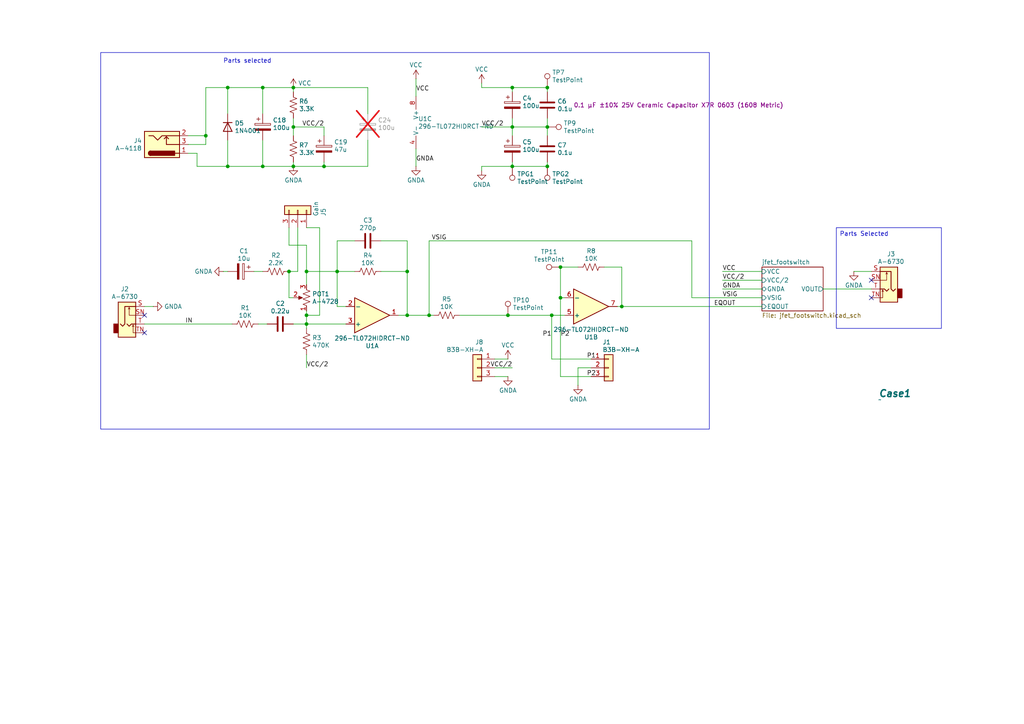
<source format=kicad_sch>
(kicad_sch (version 20231120) (generator "eeschema") (generator_version "8.0")
  (paper "A4")
  (title_block (title "EQ8-Main-Board") (date "2024-11-23") (rev "1.0"))
  (lib_symbols
    (symbol "Amplifier_Operational:TL072" (pin_names (offset 0.127))
      (property "Reference" "U" (at 0 5.08 0))
      (property "Value" "TL072" (at 0 -5.08 0))
      (symbol "TL072_1_1"
        (polyline (pts (xy -5.08 5.08) (xy 5.08 0) (xy -5.08 -5.08) (xy -5.08 5.08)) (stroke (width 0.254)) (fill (type background)))
        (pin output line (at 7.62 0 180) (length 2.54) (name "~") (number "1"))
        (pin input line (at -7.62 -2.54 0) (length 2.54) (name "-") (number "2"))
        (pin input line (at -7.62 2.54 0) (length 2.54) (name "+") (number "3"))
      )
      (symbol "TL072_2_1"
        (polyline (pts (xy -5.08 5.08) (xy 5.08 0) (xy -5.08 -5.08) (xy -5.08 5.08)) (stroke (width 0.254)) (fill (type background)))
        (pin input line (at -7.62 2.54 0) (length 2.54) (name "+") (number "5"))
        (pin input line (at -7.62 -2.54 0) (length 2.54) (name "-") (number "6"))
        (pin output line (at 7.62 0 180) (length 2.54) (name "~") (number "7"))
      )
      (symbol "TL072_3_1"
        (pin power_in line (at -2.54 -7.62 90) (length 3.81) (name "V-") (number "4"))
        (pin power_in line (at -2.54 7.62 270) (length 3.81) (name "V+") (number "8"))
      )
    )
    (symbol "Connector:Barrel_Jack_Switch" (pin_names hide)
      (property "Reference" "J" (at 0 5.334 0))
      (property "Value" "Barrel_Jack_Switch" (at 0 -5.08 0))
      (symbol "Barrel_Jack_Switch_0_1"
        (rectangle (start -5.08 3.81) (end 5.08 -3.81) (stroke (width 0.254)) (fill (type background)))
        (arc (start -3.302 3.175) (mid -3.9343 2.54) (end -3.302 1.905) (stroke (width 0.254)))
        (arc (start -3.302 3.175) (mid -3.9343 2.54) (end -3.302 1.905) (stroke (width 0.254)) (fill (type outline)))
        (polyline (pts (xy 1.27 -2.286) (xy 1.905 -1.651)) (stroke (width 0.254)))
        (polyline (pts (xy 5.08 2.54) (xy 3.81 2.54)) (stroke (width 0.254)))
        (polyline (pts (xy 5.08 0) (xy 1.27 0) (xy 1.27 -2.286) (xy 0.635 -1.651)) (stroke (width 0.254)))
        (polyline (pts (xy -3.81 -2.54) (xy -2.54 -2.54) (xy -1.27 -1.27) (xy 0 -2.54) (xy 2.54 -2.54) (xy 5.08 -2.54)) (stroke (width 0.254)))
        (rectangle (start 3.683 3.175) (end -3.302 1.905) (stroke (width 0.254)) (fill (type outline)))
      )
      (symbol "Barrel_Jack_Switch_1_1"
        (pin passive line (at 7.62 2.54 180) (length 2.54) (name "~") (number "1"))
        (pin passive line (at 7.62 -2.54 180) (length 2.54) (name "~") (number "2"))
        (pin passive line (at 7.62 0 180) (length 2.54) (name "~") (number "3"))
      )
    )
    (symbol "Connector:TestPoint" (pin_numbers hide) (pin_names (offset 0.762) hide)
      (property "Reference" "TP" (at 0 6.858 0))
      (property "Value" "TestPoint" (at 0 5.08 0))
      (symbol "TestPoint_0_1"
        (circle (center 0 3.302) (radius 0.762))
      )
      (symbol "TestPoint_1_1"
        (pin passive line (at 0 0 90) (length 2.54) (name "1") (number "1"))
      )
    )
    (symbol "Connector_Audio:AudioJack2_Switch"
      (property "Reference" "J" (at 0 11.43 0))
      (property "Value" "AudioJack2_Switch" (at 0 8.89 0))
      (symbol "AudioJack2_Switch_0_1"
        (rectangle (start -2.54 0) (end -3.81 -2.54) (stroke (width 0.254)) (fill (type outline)))
        (rectangle (start 2.54 6.35) (end -2.54 -3.81) (stroke (width 0.254)) (fill (type background)))
      )
      (symbol "AudioJack2_Switch_1_1"
        (polyline (pts (xy 0.635 4.826) (xy 0.889 4.318)))
        (polyline (pts (xy 1.778 -0.254) (xy 2.032 -0.762)))
        (polyline (pts (xy 0 0) (xy 0.635 -0.635) (xy 1.27 0) (xy 2.54 0)) (stroke (width 0.254)))
        (polyline (pts (xy 2.54 -2.54) (xy 1.778 -2.54) (xy 1.778 -0.254) (xy 1.524 -0.762)))
        (polyline (pts (xy 2.54 2.54) (xy 0.635 2.54) (xy 0.635 4.826) (xy 0.381 4.318)))
        (polyline (pts (xy 2.54 5.08) (xy -0.635 5.08) (xy -0.635 0) (xy -1.27 -0.635) (xy -1.905 0)) (stroke (width 0.254)))
        (pin passive line (at 5.08 5.08 180) (length 2.54) (name "~") (number "S"))
        (pin passive line (at 5.08 2.54 180) (length 2.54) (name "~") (number "SN"))
        (pin passive line (at 5.08 0 180) (length 2.54) (name "~") (number "T"))
        (pin passive line (at 5.08 -2.54 180) (length 2.54) (name "~") (number "TN"))
      )
    )
    (symbol "Connector_Generic:Conn_01x03" (pin_names (offset 1.016) hide)
      (property "Reference" "J" (at 0 5.08 0))
      (property "Value" "Conn_01x03" (at 0 -5.08 0))
      (symbol "Conn_01x03_1_1"
        (rectangle (start -1.27 -2.413) (end 0 -2.667) (stroke (width 0.1524)))
        (rectangle (start -1.27 0.127) (end 0 -0.127) (stroke (width 0.1524)))
        (rectangle (start -1.27 2.667) (end 0 2.413) (stroke (width 0.1524)))
        (rectangle (start -1.27 3.81) (end 1.27 -3.81) (stroke (width 0.254)) (fill (type background)))
        (pin passive line (at -5.08 2.54 0) (length 3.81) (name "Pin_1") (number "1"))
        (pin passive line (at -5.08 0 0) (length 3.81) (name "Pin_2") (number "2"))
        (pin passive line (at -5.08 -2.54 0) (length 3.81) (name "Pin_3") (number "3"))
      )
    )
    (symbol "Device:C" (pin_numbers hide) (pin_names (offset 0.254))
      (property "Reference" "C" (at 0.635 2.54 0))
      (property "Value" "C" (at 0.635 -2.54 0))
      (symbol "C_0_1"
        (polyline (pts (xy -2.032 -0.762) (xy 2.032 -0.762)) (stroke (width 0.508)))
        (polyline (pts (xy -2.032 0.762) (xy 2.032 0.762)) (stroke (width 0.508)))
      )
      (symbol "C_1_1"
        (pin passive line (at 0 3.81 270) (length 2.794) (name "~") (number "1"))
        (pin passive line (at 0 -3.81 90) (length 2.794) (name "~") (number "2"))
      )
    )
    (symbol "Device:C_Polarized" (pin_numbers hide) (pin_names (offset 0.254))
      (property "Reference" "C" (at 0.635 2.54 0))
      (property "Value" "C_Polarized" (at 0.635 -2.54 0))
      (symbol "C_Polarized_0_1"
        (rectangle (start -2.286 0.508) (end 2.286 1.016))
        (polyline (pts (xy -1.778 2.286) (xy -0.762 2.286)))
        (polyline (pts (xy -1.27 2.794) (xy -1.27 1.778)))
        (rectangle (start 2.286 -0.508) (end -2.286 -1.016) (fill (type outline)))
      )
      (symbol "C_Polarized_1_1"
        (pin passive line (at 0 3.81 270) (length 2.794) (name "~") (number "1"))
        (pin passive line (at 0 -3.81 90) (length 2.794) (name "~") (number "2"))
      )
    )
    (symbol "Device:R_Potentiometer_US" (pin_names (offset 1.016) hide)
      (property "Reference" "RV" (at -4.445 0 90))
      (property "Value" "R_Potentiometer_US" (at -2.54 0 90))
      (symbol "R_Potentiometer_US_0_1"
        (polyline (pts (xy 0 -2.286) (xy 0 -2.54)))
        (polyline (pts (xy 0 2.54) (xy 0 2.286)))
        (polyline (pts (xy 2.54 0) (xy 1.524 0)))
        (polyline (pts (xy 1.143 0) (xy 2.286 0.508) (xy 2.286 -0.508) (xy 1.143 0)) (fill (type outline)))
        (polyline (pts (xy 0 -0.762) (xy 1.016 -1.143) (xy 0 -1.524) (xy -1.016 -1.905) (xy 0 -2.286)))
        (polyline (pts (xy 0 0.762) (xy 1.016 0.381) (xy 0 0) (xy -1.016 -0.381) (xy 0 -0.762)))
        (polyline (pts (xy 0 2.286) (xy 1.016 1.905) (xy 0 1.524) (xy -1.016 1.143) (xy 0 0.762)))
      )
      (symbol "R_Potentiometer_US_1_1"
        (pin passive line (at 0 3.81 270) (length 1.27) (name "1") (number "1"))
        (pin passive line (at 3.81 0 180) (length 1.27) (name "2") (number "2"))
        (pin passive line (at 0 -3.81 90) (length 1.27) (name "3") (number "3"))
      )
    )
    (symbol "Device:R_US" (pin_numbers hide) (pin_names (offset 0))
      (property "Reference" "R" (at 2.54 0 90))
      (property "Value" "R_US" (at -2.54 0 90))
      (symbol "R_US_0_1"
        (polyline (pts (xy 0 -2.286) (xy 0 -2.54)))
        (polyline (pts (xy 0 2.286) (xy 0 2.54)))
        (polyline (pts (xy 0 -0.762) (xy 1.016 -1.143) (xy 0 -1.524) (xy -1.016 -1.905) (xy 0 -2.286)))
        (polyline (pts (xy 0 0.762) (xy 1.016 0.381) (xy 0 0) (xy -1.016 -0.381) (xy 0 -0.762)))
        (polyline (pts (xy 0 2.286) (xy 1.016 1.905) (xy 0 1.524) (xy -1.016 1.143) (xy 0 0.762)))
      )
      (symbol "R_US_1_1"
        (pin passive line (at 0 3.81 270) (length 1.27) (name "~") (number "1"))
        (pin passive line (at 0 -3.81 90) (length 1.27) (name "~") (number "2"))
      )
    )
    (symbol "Diode:1N4001" (pin_numbers hide) (pin_names hide)
      (property "Reference" "D" (at 0 2.54 0))
      (property "Value" "1N4001" (at 0 -2.54 0))
      (symbol "1N4001_0_1"
        (polyline (pts (xy -1.27 1.27) (xy -1.27 -1.27)) (stroke (width 0.254)))
        (polyline (pts (xy 1.27 0) (xy -1.27 0)))
        (polyline (pts (xy 1.27 1.27) (xy 1.27 -1.27) (xy -1.27 0) (xy 1.27 1.27)) (stroke (width 0.254)))
      )
      (symbol "1N4001_1_1"
        (pin passive line (at -3.81 0 0) (length 2.54) (name "K") (number "1"))
        (pin passive line (at 3.81 0 180) (length 2.54) (name "A") (number "2"))
      )
    )
    (symbol "Project_Library:Case" (in_bom no)
      (property "Reference" "Case" (at 0 0 0))
    )
    (symbol "power:GNDA" (power) (pin_numbers hide) (pin_names (offset 0) hide)
      (property "Value" "GNDA" (at 0 -3.81 0))
      (symbol "GNDA_0_1"
        (polyline (pts (xy 0 0) (xy 0 -1.27) (xy 1.27 -1.27) (xy 0 -2.54) (xy -1.27 -1.27) (xy 0 -1.27)))
      )
      (symbol "GNDA_1_1"
        (pin power_in line (at 0 0 270) (length 0) (name "~") (number "1"))
      )
    )
    (symbol "power:VCC" (power) (pin_numbers hide) (pin_names (offset 0) hide)
      (property "Value" "VCC" (at 0 3.556 0))
      (symbol "VCC_0_1"
        (polyline (pts (xy -0.762 1.27) (xy 0 2.54)))
        (polyline (pts (xy 0 0) (xy 0 2.54)))
        (polyline (pts (xy 0 2.54) (xy 0.762 1.27)))
      )
      (symbol "VCC_1_1"
        (pin power_in line (at 0 0 90) (length 0) (name "~") (number "1"))
      )
    )
  )
  (junction (at 158.75 25.4))
  (junction (at 66.04 25.4))
  (junction (at 93.98 48.26))
  (junction (at 85.09 25.4))
  (junction (at 76.2 48.26))
  (junction (at 85.09 36.83))
  (junction (at 148.59 48.26))
  (junction (at 160.02 91.44))
  (junction (at 83.82 78.74))
  (junction (at 66.04 48.26))
  (junction (at 59.69 39.37))
  (junction (at 118.11 91.44))
  (junction (at 124.46 91.44))
  (junction (at 148.59 25.4))
  (junction (at 162.56 86.36))
  (junction (at 88.9 93.98))
  (junction (at 76.2 25.4))
  (junction (at 162.56 77.47))
  (junction (at 180.34 88.9))
  (junction (at 158.75 48.26))
  (junction (at 158.75 36.83))
  (junction (at 97.79 78.74))
  (junction (at 88.9 78.74))
  (junction (at 88.9 91.44))
  (junction (at 147.32 91.44))
  (junction (at 85.09 48.26))
  (junction (at 148.59 36.83))
  (junction (at 118.11 78.74))
  (no_connect (at 252.73 81.28))
  (no_connect (at 41.91 96.52))
  (no_connect (at 252.73 86.36))
  (no_connect (at 41.91 91.44))
  (wire (pts (xy 162.56 86.36) (xy 162.56 109.22)))
  (wire (pts (xy 59.69 41.91) (xy 59.69 39.37)))
  (wire (pts (xy 97.79 78.74) (xy 97.79 88.9)))
  (wire (pts (xy 120.65 43.18) (xy 120.65 48.26)))
  (wire (pts (xy 83.82 71.12) (xy 88.9 71.12)))
  (wire (pts (xy 158.75 25.4) (xy 158.75 26.67)))
  (wire (pts (xy 148.59 36.83) (xy 148.59 39.37)))
  (wire (pts (xy 85.09 36.83) (xy 85.09 39.37)))
  (wire (pts (xy 167.64 106.68) (xy 171.45 106.68)))
  (wire (pts (xy 133.35 91.44) (xy 147.32 91.44)))
  (wire (pts (xy 88.9 91.44) (xy 88.9 93.98)))
  (wire (pts (xy 93.98 39.37) (xy 93.98 36.83)))
  (wire (pts (xy 66.04 48.26) (xy 57.15 48.26)))
  (wire (pts (xy 139.7 24.13) (xy 139.7 25.4)))
  (wire (pts (xy 158.75 36.83) (xy 148.59 36.83)))
  (wire (pts (xy 158.75 48.26) (xy 148.59 48.26)))
  (wire (pts (xy 54.61 41.91) (xy 59.69 41.91)))
  (wire (pts (xy 147.32 91.44) (xy 160.02 91.44)))
  (wire (pts (xy 100.33 88.9) (xy 97.79 88.9)))
  (wire (pts (xy 158.75 34.29) (xy 158.75 36.83)))
  (wire (pts (xy 124.46 91.44) (xy 118.11 91.44)))
  (wire (pts (xy 124.46 91.44) (xy 125.73 91.44)))
  (wire (pts (xy 102.87 69.85) (xy 97.79 69.85)))
  (wire (pts (xy 200.66 86.36) (xy 220.98 86.36)))
  (wire (pts (xy 76.2 25.4) (xy 76.2 33.02)))
  (wire (pts (xy 200.66 69.85) (xy 200.66 86.36)))
  (wire (pts (xy 110.49 78.74) (xy 118.11 78.74)))
  (wire (pts (xy 88.9 66.04) (xy 92.71 66.04)))
  (wire (pts (xy 41.91 88.9) (xy 44.45 88.9)))
  (wire (pts (xy 162.56 77.47) (xy 162.56 86.36)))
  (wire (pts (xy 88.9 95.25) (xy 88.9 93.98)))
  (wire (pts (xy 76.2 48.26) (xy 66.04 48.26)))
  (wire (pts (xy 118.11 69.85) (xy 118.11 78.74)))
  (wire (pts (xy 124.46 69.85) (xy 124.46 91.44)))
  (wire (pts (xy 147.32 109.22) (xy 143.51 109.22)))
  (wire (pts (xy 86.36 78.74) (xy 83.82 78.74)))
  (wire (pts (xy 148.59 106.68) (xy 143.51 106.68)))
  (wire (pts (xy 148.59 26.67) (xy 148.59 25.4)))
  (wire (pts (xy 148.59 48.26) (xy 148.59 46.99)))
  (wire (pts (xy 66.04 40.64) (xy 66.04 48.26)))
  (wire (pts (xy 85.09 93.98) (xy 88.9 93.98)))
  (wire (pts (xy 167.64 77.47) (xy 162.56 77.47)))
  (wire (pts (xy 97.79 69.85) (xy 97.79 78.74)))
  (wire (pts (xy 148.59 25.4) (xy 158.75 25.4)))
  (wire (pts (xy 106.68 33.02) (xy 106.68 25.4)))
  (wire (pts (xy 83.82 78.74) (xy 83.82 86.36)))
  (wire (pts (xy 88.9 106.68) (xy 88.9 102.87)))
  (wire (pts (xy 209.55 83.82) (xy 220.98 83.82)))
  (wire (pts (xy 162.56 109.22) (xy 171.45 109.22)))
  (wire (pts (xy 57.15 48.26) (xy 57.15 44.45)))
  (wire (pts (xy 83.82 66.04) (xy 83.82 71.12)))
  (wire (pts (xy 73.66 78.74) (xy 76.2 78.74)))
  (wire (pts (xy 93.98 46.99) (xy 93.98 48.26)))
  (wire (pts (xy 76.2 40.64) (xy 76.2 48.26)))
  (wire (pts (xy 102.87 78.74) (xy 97.79 78.74)))
  (wire (pts (xy 175.26 77.47) (xy 180.34 77.47)))
  (wire (pts (xy 66.04 25.4) (xy 66.04 33.02)))
  (wire (pts (xy 160.02 104.14) (xy 171.45 104.14)))
  (wire (pts (xy 88.9 82.55) (xy 88.9 78.74)))
  (wire (pts (xy 92.71 91.44) (xy 88.9 91.44)))
  (wire (pts (xy 148.59 34.29) (xy 148.59 36.83)))
  (wire (pts (xy 83.82 86.36) (xy 85.09 86.36)))
  (wire (pts (xy 93.98 48.26) (xy 106.68 48.26)))
  (wire (pts (xy 106.68 25.4) (xy 85.09 25.4)))
  (wire (pts (xy 64.77 78.74) (xy 66.04 78.74)))
  (wire (pts (xy 180.34 88.9) (xy 179.07 88.9)))
  (wire (pts (xy 59.69 25.4) (xy 59.69 39.37)))
  (wire (pts (xy 160.02 91.44) (xy 163.83 91.44)))
  (wire (pts (xy 88.9 90.17) (xy 88.9 91.44)))
  (wire (pts (xy 162.56 86.36) (xy 163.83 86.36)))
  (wire (pts (xy 124.46 69.85) (xy 200.66 69.85)))
  (wire (pts (xy 209.55 81.28) (xy 220.98 81.28)))
  (wire (pts (xy 139.7 49.53) (xy 139.7 48.26)))
  (wire (pts (xy 88.9 93.98) (xy 100.33 93.98)))
  (wire (pts (xy 158.75 46.99) (xy 158.75 48.26)))
  (wire (pts (xy 238.76 83.82) (xy 252.73 83.82)))
  (wire (pts (xy 57.15 44.45) (xy 54.61 44.45)))
  (wire (pts (xy 88.9 78.74) (xy 97.79 78.74)))
  (wire (pts (xy 139.7 25.4) (xy 148.59 25.4)))
  (wire (pts (xy 110.49 69.85) (xy 118.11 69.85)))
  (wire (pts (xy 41.91 93.98) (xy 67.31 93.98)))
  (wire (pts (xy 85.09 36.83) (xy 93.98 36.83)))
  (wire (pts (xy 85.09 48.26) (xy 93.98 48.26)))
  (wire (pts (xy 160.02 91.44) (xy 160.02 104.14)))
  (wire (pts (xy 209.55 78.74) (xy 220.98 78.74)))
  (wire (pts (xy 85.09 34.29) (xy 85.09 36.83)))
  (wire (pts (xy 74.93 93.98) (xy 77.47 93.98)))
  (wire (pts (xy 139.7 36.83) (xy 148.59 36.83)))
  (wire (pts (xy 92.71 66.04) (xy 92.71 91.44)))
  (wire (pts (xy 85.09 25.4) (xy 85.09 26.67)))
  (wire (pts (xy 139.7 48.26) (xy 148.59 48.26)))
  (wire (pts (xy 76.2 25.4) (xy 66.04 25.4)))
  (wire (pts (xy 147.32 104.14) (xy 143.51 104.14)))
  (wire (pts (xy 86.36 66.04) (xy 86.36 78.74)))
  (wire (pts (xy 106.68 40.64) (xy 106.68 48.26)))
  (wire (pts (xy 118.11 91.44) (xy 115.57 91.44)))
  (wire (pts (xy 66.04 25.4) (xy 59.69 25.4)))
  (wire (pts (xy 85.09 25.4) (xy 76.2 25.4)))
  (wire (pts (xy 247.65 78.74) (xy 252.73 78.74)))
  (wire (pts (xy 88.9 71.12) (xy 88.9 78.74)))
  (wire (pts (xy 120.65 22.86) (xy 120.65 27.94)))
  (wire (pts (xy 118.11 78.74) (xy 118.11 91.44)))
  (wire (pts (xy 167.64 111.76) (xy 167.64 106.68)))
  (wire (pts (xy 158.75 36.83) (xy 158.75 39.37)))
  (wire (pts (xy 180.34 88.9) (xy 220.98 88.9)))
  (wire (pts (xy 180.34 77.47) (xy 180.34 88.9)))
  (wire (pts (xy 85.09 48.26) (xy 85.09 46.99)))
  (wire (pts (xy 59.69 39.37) (xy 54.61 39.37)))
  (wire (pts (xy 85.09 48.26) (xy 76.2 48.26)))
  (rectangle (start 29.21 15.24) (end 205.74 124.46))
  (text_box "Parts Selected" (at 242.57 66.04 0) (size 30.48 29.21) (effects (font (size 1.27 1.27)) (justify left top)))
  (text "Parts selected" (at 71.755 17.78 0) (effects (font (size 1.27 1.27))))
  (label "VCC{slash}2" (at 148.59 106.68 180))
  (label "VCC" (at 120.65 26.67 0))
  (label "VCC{slash}2" (at 88.9 106.68 0))
  (label "P2" (at 170.18 109.22 0))
  (label "VCC{slash}2" (at 209.55 81.28 0))
  (label "P2" (at 162.56 97.79 0))
  (label "VCC" (at 209.55 78.74 0))
  (label "P1" (at 170.18 104.14 0))
  (label "VCC{slash}2" (at 139.7 36.83 0))
  (label "VCC{slash}2" (at 87.63 36.83 0))
  (label "VSIG" (at 129.54 69.85 180))
  (label "EQOUT" (at 213.36 88.9 180))
  (label "P1" (at 160.02 97.79 180))
  (label "GNDA" (at 120.65 46.99 0))
  (label "VSIG" (at 209.55 86.36 0))
  (label "IN" (at 55.88 93.98 180))
  (label "GNDA" (at 209.55 83.82 0))
  (symbol (lib_id "Connector_Generic:Conn_01x03") (at 138.43 106.68 0) (mirror y) (unit 1)
    (property "Reference" "J8" (at 140.208 99.2362 0) (effects (justify left)))
    (property "Value" "B3B-XH-A" (at 140.208 101.4237 0) (effects (justify left)))
    (property "Footprint" "Connector_JST:JST_XH_B3B-XH-A_1x03_P2.50mm_Vertical" (effects (hide yes)))
    (property "Datasheet" "https://www.digikey.com/en/products/detail/jst-sales-america-inc/b3b-xh-a/1651046" (effects (hide yes)))
    (property "Description" "Connector Header Through Hole 3 position 0.098\" (2.50mm)" (effects (hide yes)))
    (property "URL" "https://www.digikey.com/en/products/detail/jst-sales-america-inc/b3b-xh-a/1651046" (effects (hide yes)))
  )
  (symbol (lib_id "Device:C") (at 158.75 30.48 180) (unit 1)
    (property "Reference" "C6" (at 161.671 29.3862 0) (effects (justify right)))
    (property "Value" "0.1u" (at 161.671 31.5737 0) (effects (justify right)))
    (property "Footprint" "Capacitor_SMD:C_0603_1608Metric_Pad1.08x0.95mm_HandSolder" (effects (hide yes)))
    (property "Datasheet" "https://www.digikey.com/en/products/detail/yageo/CC0603KRX7R8BB104/2103079" (effects (hide yes)))
    (property "Description" "0.1 µF ±10% 25V Ceramic Capacitor X7R 0603 (1608 Metric)" (at 166.37 30.48 0) (effects (justify right)))
  )
  (symbol (lib_id "Device:R_US") (at 106.68 78.74 90) (unit 1)
    (property "Reference" "R4" (at 106.68 74.0617 90))
    (property "Value" "10K" (at 106.68 76.2492 90))
    (property "Footprint" "Resistor_SMD:R_0805_2012Metric" (effects (hide yes)))
    (property "Description" "Resistor, US symbol" (effects (hide yes)))
  )
  (symbol (lib_id "Device:C_Polarized") (at 106.68 36.83 0) (unit 1) (dnp yes)
    (property "Reference" "C24" (at 109.601 34.8472 0) (effects (justify left)))
    (property "Value" "100u" (at 109.601 37.0347 0) (effects (justify left)))
    (property "Footprint" "Capacitor_Tantalum_SMD:CP_EIA-7343-31_Kemet-D_Pad2.25x2.55mm_HandSolder" (effects (hide yes)))
    (property "Datasheet" "https://www.digikey.com/en/products/detail/kemet/T491D107K016AT/818630" (effects (hide yes)))
    (property "Description" "100 µF Molded Tantalum Capacitors 16 V 2917 (7343 Metric) 700mOhm" (effects (hide yes)))
  )
  (symbol (lib_id "Amplifier_Operational:TL072") (at 123.19 35.56 0) (unit 3)
    (property "Reference" "U1" (at 121.285 34.4662 0) (effects (justify left)))
    (property "Value" "296-TL072HIDRCT-ND" (at 121.285 36.6537 0) (effects (justify left)))
    (property "Footprint" "Package_SO:SOIC-8_3.9x4.9mm_P1.27mm" (effects (hide yes)))
    (property "Datasheet" "https://www.digikey.com/en/products/detail/texas-instruments/TL072HIDR/15205173" (effects (hide yes)))
    (property "Description" "Dual Low-Noise JFET-Input Operational Amplifiers, DIP-8/SOIC-8" (effects (hide yes)))
  )
  (symbol (lib_id "Connector:TestPoint") (at 158.75 36.83 270) (unit 1) (in_bom no)
    (property "Reference" "TP9" (at 163.449 35.7362 90) (effects (justify left)))
    (property "Value" "TestPoint" (at 163.449 37.9237 90) (effects (justify left)))
    (property "Footprint" "TestPoint:TestPoint_Pad_1.0x1.0mm" (effects (hide yes)))
    (property "Description" "test point" (effects (hide yes)))
  )
  (symbol (lib_id "Connector:TestPoint") (at 158.75 25.4 0) (unit 1) (in_bom no)
    (property "Reference" "TP7" (at 160.147 21.0042 0) (effects (justify left)))
    (property "Value" "TestPoint" (at 160.147 23.1917 0) (effects (justify left)))
    (property "Footprint" "TestPoint:TestPoint_Pad_1.0x1.0mm" (effects (hide yes)))
    (property "Description" "test point" (effects (hide yes)))
  )
  (symbol (lib_id "Device:C_Polarized") (at 93.98 43.18 0) (unit 1)
    (property "Reference" "C19" (at 96.901 41.1972 0) (effects (justify left)))
    (property "Value" "47u" (at 96.901 43.3847 0) (effects (justify left)))
    (property "Footprint" "Capacitor_THT:CP_Radial_D5.0mm_P2.00mm" (effects (hide yes)))
    (property "Datasheet" "https://www.digikey.com/en/products/detail/w%C3%BCrth-elektronik/860020372004/5727028" (effects (hide yes)))
    (property "Description" "CAP ALUM 47UF 20% 16V RADIAL TH" (effects (hide yes)))
  )
  (symbol (lib_id "Connector_Generic:Conn_01x03") (at 176.53 106.68 0) (unit 1)
    (property "Reference" "J1" (at 174.752 99.2362 0) (effects (justify left)))
    (property "Value" "B3B-XH-A" (at 174.752 101.4237 0) (effects (justify left)))
    (property "Footprint" "Connector_JST:JST_XH_B3B-XH-A_1x03_P2.50mm_Vertical" (effects (hide yes)))
    (property "Datasheet" "https://www.digikey.com/en/products/detail/jst-sales-america-inc/b3b-xh-a/1651046" (effects (hide yes)))
    (property "Description" "Connector Header Through Hole 3 position 0.098\" (2.50mm)" (effects (hide yes)))
    (property "URL" "https://www.digikey.com/en/products/detail/jst-sales-america-inc/b3b-xh-a/1651046" (effects (hide yes)))
  )
  (symbol (lib_id "power:VCC") (at 120.65 22.86 0) (unit 1)
    (property "Reference" "#PWR02" (effects (hide yes)))
    (property "Value" "VCC" (at 120.65 18.8453 0))
    (property "Description" "Power symbol creates a global label with name \"VCC\"" (effects (hide yes)))
  )
  (symbol (lib_id "Device:R_US") (at 171.45 77.47 90) (unit 1)
    (property "Reference" "R8" (at 171.45 72.7917 90))
    (property "Value" "10K" (at 171.45 74.9792 90))
    (property "Footprint" "Resistor_SMD:R_0805_2012Metric" (effects (hide yes)))
    (property "Description" "Resistor, US symbol" (effects (hide yes)))
  )
  (symbol (lib_id "Diode:1N4001") (at 66.04 36.83 270) (unit 1)
    (property "Reference" "D5" (at 68.072 35.7362 90) (effects (justify left)))
    (property "Value" "1N4001" (at 68.072 37.9237 90) (effects (justify left)))
    (property "Footprint" "Diode_THT:D_DO-41_SOD81_P7.62mm_Horizontal" (effects (hide yes)))
    (property "Datasheet" "http://www.vishay.com/docs/88503/1n4001.pdf" (effects (hide yes)))
    (property "Description" "50V 1A General Purpose Rectifier Diode, DO-41" (effects (hide yes)))
    (property "Sim.Device" "D" (effects (hide yes)))
    (property "Sim.Pins" "1=K 2=A" (effects (hide yes)))
  )
  (symbol (lib_id "power:GNDA") (at 247.65 78.74 0) (unit 1)
    (property "Reference" "#PWR09" (effects (hide yes)))
    (property "Value" "GNDA" (at 247.65 82.7547 0))
    (property "Description" "Power symbol creates a global label with name \"GNDA\" , analog ground" (effects (hide yes)))
  )
  (symbol (lib_id "Amplifier_Operational:TL072") (at 171.45 88.9 0) (mirror x) (unit 2)
    (property "Reference" "U1" (at 171.45 97.7693 0))
    (property "Value" "296-TL072HIDRCT-ND" (at 171.45 95.5818 0))
    (property "Footprint" "Package_SO:SOIC-8_3.9x4.9mm_P1.27mm" (effects (hide yes)))
    (property "Datasheet" "https://www.digikey.com/en/products/detail/texas-instruments/TL072HIDR/15205173" (effects (hide yes)))
    (property "Description" "Dual Low-Noise JFET-Input Operational Amplifiers, DIP-8/SOIC-8" (effects (hide yes)))
  )
  (symbol (lib_id "power:VCC") (at 139.7 24.13 0) (unit 1)
    (property "Reference" "#PWR04" (effects (hide yes)))
    (property "Value" "VCC" (at 139.7 20.1153 0))
    (property "Description" "Power symbol creates a global label with name \"VCC\"" (effects (hide yes)))
  )
  (symbol (lib_id "Device:C_Polarized") (at 148.59 30.48 0) (unit 1)
    (property "Reference" "C4" (at 151.511 28.4972 0) (effects (justify left)))
    (property "Value" "100u" (at 151.511 30.6847 0) (effects (justify left)))
    (property "Footprint" "Capacitor_THT:CP_Radial_D5.0mm_P2.00mm" (effects (hide yes)))
    (property "Datasheet" "https://www.digikey.com/en/products/detail/kemet/ESK107M016AC3AA/3083016" (effects (hide yes)))
    (property "Description" "CAP ALUM 100UF 20% 16V RADIAL TH" (effects (hide yes)))
  )
  (symbol (lib_id "Device:C_Polarized") (at 148.59 43.18 0) (unit 1)
    (property "Reference" "C5" (at 151.511 41.1972 0) (effects (justify left)))
    (property "Value" "100u" (at 151.511 43.3847 0) (effects (justify left)))
    (property "Footprint" "Capacitor_THT:CP_Radial_D5.0mm_P2.00mm" (effects (hide yes)))
    (property "Datasheet" "https://www.digikey.com/en/products/detail/kemet/ESK107M016AC3AA/3083016" (effects (hide yes)))
    (property "Description" "CAP ALUM 100UF 20% 16V RADIAL TH" (effects (hide yes)))
  )
  (symbol (lib_id "Connector:TestPoint") (at 148.59 48.26 180) (unit 1) (in_bom no)
    (property "Reference" "TPG1" (at 149.987 50.4682 0) (effects (justify right)))
    (property "Value" "TestPoint" (at 149.987 52.6557 0) (effects (justify right)))
    (property "Footprint" "TestPoint:TestPoint_Pad_1.0x1.0mm" (effects (hide yes)))
    (property "Description" "test point" (effects (hide yes)))
  )
  (symbol (lib_id "Device:C_Polarized") (at 69.85 78.74 270) (unit 1)
    (property "Reference" "C1" (at 70.739 72.7917 90))
    (property "Value" "10u" (at 70.739 74.9792 90))
    (property "Footprint" "Capacitor_SMD:CP_Elec_4x5.4" (effects (hide yes)))
    (property "Datasheet" "https://www.digikey.com/en/products/detail/w%C3%BCrth-elektronik/865080440002/5728025" (effects (hide yes)))
    (property "Description" "10 µF 25 V Aluminum Electrolytic Capacitors Radial, Can - SMD 2000 Hrs @ 105°C" (effects (hide yes)))
  )
  (symbol (lib_id "Device:C") (at 81.28 93.98 90) (unit 1)
    (property "Reference" "C2" (at 81.28 88.0317 90))
    (property "Value" "0.22u" (at 81.28 90.2192 90))
    (property "Footprint" "Capacitor_SMD:C_0603_1608Metric_Pad1.08x0.95mm_HandSolder" (effects (hide yes)))
    (property "Datasheet" "https://www.digikey.com/en/products/detail/murata-electronics/GCM188R71E224KA55D/1765183" (effects (hide yes)))
    (property "Description" "0.22 µF ±10% 25V Ceramic Capacitor X7R 0603 (1608 Metric)" (effects (hide yes)))
  )
  (symbol (lib_id "Project_Library:Case") (at 254 114.3 0) (unit 1) (in_bom no)
    (property "Reference" "Case1" (at 254.635 114.1095 0) (effects (font (size 2 2) (bold yes) (italic yes)) (justify left)))
    (property "Value" "~" (at 254.635 115.913 0) (effects (justify left)))
    (property "Footprint" "Project_Library:Hammond_1444-542" (effects (hide yes)))
  )
  (symbol (lib_id "Connector_Generic:Conn_01x03") (at 86.36 60.96 270) (mirror x) (unit 1)
    (property "Reference" "J5" (at 93.8038 62.738 0) (effects (justify left)))
    (property "Value" "Gain" (at 91.6163 62.738 0) (effects (justify left)))
    (property "Footprint" "Connector_PinHeader_2.54mm:PinHeader_1x03_P2.54mm_Vertical" (effects (hide yes)))
    (property "Description" "Generic connector, single row, 01x03, script generated (kicad-library-utils/schlib/autogen/connector/)" (effects (hide yes)))
  )
  (symbol (lib_id "Device:R_US") (at 85.09 43.18 0) (unit 1)
    (property "Reference" "R7" (at 86.741 42.0862 0) (effects (justify left)))
    (property "Value" "3.3K" (at 86.741 44.2737 0) (effects (justify left)))
    (property "Footprint" "Resistor_SMD:R_0805_2012Metric" (effects (hide yes)))
    (property "Description" "Resistor, US symbol" (effects (hide yes)))
  )
  (symbol (lib_id "Device:R_US") (at 71.12 93.98 90) (unit 1)
    (property "Reference" "R1" (at 71.12 89.3017 90))
    (property "Value" "10K" (at 71.12 91.4892 90))
    (property "Footprint" "Resistor_SMD:R_0805_2012Metric" (effects (hide yes)))
    (property "Description" "Resistor, US symbol" (effects (hide yes)))
  )
  (symbol (lib_id "power:GNDA") (at 120.65 48.26 0) (unit 1)
    (property "Reference" "#PWR03" (effects (hide yes)))
    (property "Value" "GNDA" (at 120.65 52.2747 0))
    (property "Description" "Power symbol creates a global label with name \"GNDA\" , analog ground" (effects (hide yes)))
  )
  (symbol (lib_id "Connector:TestPoint") (at 147.32 91.44 0) (unit 1) (in_bom no)
    (property "Reference" "TP10" (at 148.717 87.0442 0) (effects (justify left)))
    (property "Value" "TestPoint" (at 148.717 89.2317 0) (effects (justify left)))
    (property "Footprint" "TestPoint:TestPoint_Pad_1.0x1.0mm" (effects (hide yes)))
    (property "Description" "test point" (effects (hide yes)))
  )
  (symbol (lib_id "Connector_Audio:AudioJack2_Switch") (at 257.81 83.82 0) (mirror y) (unit 1)
    (property "Reference" "J3" (at 258.445 73.6807 0))
    (property "Value" "A-6730" (at 258.445 75.8682 0))
    (property "Footprint" "Project_Library:Jack_6.35mm_Neutrik_NMJ4HFD2_Horizontal" (effects (hide yes)))
    (property "Datasheet" "https://www.taydaelectronics.com/datasheets/files/A-6728.pdf" (effects (hide yes)))
    (property "Description" "Audio Jack, 2 Poles (Mono / TS), Switched Pole (Normalling)" (effects (hide yes)))
    (property "Web" "https://www.taydaelectronics.com/6-35mm-1-4-mono-insulated-socket-jack-pcb-pins.html" (effects (hide yes)))
  )
  (symbol (lib_id "Amplifier_Operational:TL072") (at 107.95 91.44 0) (mirror x) (unit 1)
    (property "Reference" "U1" (at 107.95 100.3093 0))
    (property "Value" "296-TL072HIDRCT-ND" (at 107.95 98.1218 0))
    (property "Footprint" "Package_SO:SOIC-8_3.9x4.9mm_P1.27mm" (effects (hide yes)))
    (property "Datasheet" "https://www.digikey.com/en/products/detail/texas-instruments/TL072HIDR/15205173" (effects (hide yes)))
    (property "Description" "Dual Low-Noise JFET-Input Operational Amplifiers, DIP-8/SOIC-8" (effects (hide yes)))
  )
  (symbol (lib_id "Device:R_US") (at 88.9 99.06 180) (unit 1)
    (property "Reference" "R3" (at 90.551 97.9662 0) (effects (justify right)))
    (property "Value" "470K" (at 90.551 100.1537 0) (effects (justify right)))
    (property "Footprint" "Resistor_SMD:R_0805_2012Metric" (effects (hide yes)))
    (property "Description" "Resistor, US symbol" (effects (hide yes)))
  )
  (symbol (lib_id "Device:R_US") (at 129.54 91.44 90) (unit 1)
    (property "Reference" "R5" (at 129.54 86.7617 90))
    (property "Value" "10K" (at 129.54 88.9492 90))
    (property "Footprint" "Resistor_SMD:R_0805_2012Metric" (effects (hide yes)))
    (property "Description" "Resistor, US symbol" (effects (hide yes)))
  )
  (symbol (lib_id "Device:R_Potentiometer_US") (at 88.9 86.36 180) (unit 1) (on_board no)
    (property "Reference" "POT1" (at 90.551 85.2662 0) (effects (justify right)))
    (property "Value" "A-4728" (at 90.551 87.4537 0) (effects (justify right)))
    (property "Footprint" "Project_Library:Potentiometer_Alpha_RD901F-40-00D_Single_Vertical_CircularHoles" (effects (hide yes)))
    (property "Datasheet" "https://www.taydaelectronics.com/potentiometer-variable-resistors/rotary-potentiometer/linear/10k-ohm-linear-taper-potentiometer-knurled-plastic-round-shaft-pcb-9mm.html" (effects (hide yes)))
    (property "Description" "RD901F-40-15K-B10K" (effects (hide yes)))
    (property "Alt1" "https://www.taydaelectronics.com/datasheets/files/A-4728-1.pdf" (effects (hide yes)))
  )
  (symbol (lib_id "power:GNDA") (at 147.32 109.22 0) (mirror y) (unit 1)
    (property "Reference" "#PWR023" (effects (hide yes)))
    (property "Value" "GNDA" (at 147.32 113.2347 0))
    (property "Description" "Power symbol creates a global label with name \"GNDA\" , analog ground" (effects (hide yes)))
  )
  (symbol (lib_id "Connector:TestPoint") (at 158.75 48.26 180) (unit 1) (in_bom no)
    (property "Reference" "TPG2" (at 160.147 50.4682 0) (effects (justify right)))
    (property "Value" "TestPoint" (at 160.147 52.6557 0) (effects (justify right)))
    (property "Footprint" "TestPoint:TestPoint_Pad_1.0x1.0mm" (effects (hide yes)))
    (property "Description" "test point" (effects (hide yes)))
  )
  (symbol (lib_id "power:GNDA") (at 64.77 78.74 270) (unit 1)
    (property "Reference" "#PWR01" (effects (hide yes)))
    (property "Value" "GNDA" (at 61.595 78.74 90) (effects (justify right)))
    (property "Description" "Power symbol creates a global label with name \"GNDA\" , analog ground" (effects (hide yes)))
  )
  (symbol (lib_id "power:GNDA") (at 167.64 111.76 0) (unit 1)
    (property "Reference" "#PWR018" (effects (hide yes)))
    (property "Value" "GNDA" (at 167.64 115.7747 0))
    (property "Description" "Power symbol creates a global label with name \"GNDA\" , analog ground" (effects (hide yes)))
  )
  (symbol (lib_id "power:VCC") (at 147.32 104.14 0) (mirror y) (unit 1)
    (property "Reference" "#PWR022" (effects (hide yes)))
    (property "Value" "VCC" (at 147.32 100.1253 0))
    (property "Description" "Power symbol creates a global label with name \"VCC\"" (effects (hide yes)))
  )
  (symbol (lib_id "Connector:Barrel_Jack_Switch") (at 46.99 41.91 0) (mirror x) (unit 1)
    (property "Reference" "J4" (at 41.148 40.8162 0) (effects (justify right)))
    (property "Value" "A-4118" (at 41.148 43.0037 0) (effects (justify right)))
    (property "Footprint" "Connector_BarrelJack:BarrelJack_Horizontal" (effects (hide yes)))
    (property "Datasheet" "http://www.taydaelectronics.com/datasheets/files/A-4118.pdf" (effects (hide yes)))
    (property "Description" "DC Barrel Jack with an internal switch" (effects (hide yes)))
    (property "URL" "https://www.taydaelectronics.com/dc-power-jack-2-1mm-barrel-type-pcb-mount.html" (effects (hide yes)))
  )
  (symbol (lib_id "Connector_Audio:AudioJack2_Switch") (at 36.83 93.98 0) (unit 1)
    (property "Reference" "J2" (at 36.195 83.8407 0))
    (property "Value" "A-6730" (at 36.195 86.0282 0))
    (property "Footprint" "Project_Library:Jack_6.35mm_Neutrik_NMJ4HFD2_Horizontal" (effects (hide yes)))
    (property "Datasheet" "https://www.taydaelectronics.com/datasheets/files/A-6728.pdf" (effects (hide yes)))
    (property "Description" "Audio Jack, 2 Poles (Mono / TS), Switched Pole (Normalling)" (effects (hide yes)))
    (property "Web" "https://www.taydaelectronics.com/6-35mm-1-4-mono-insulated-socket-jack-pcb-pins.html" (effects (hide yes)))
  )
  (symbol (lib_id "power:GNDA") (at 44.45 88.9 90) (unit 1)
    (property "Reference" "#PWR017" (effects (hide yes)))
    (property "Value" "GNDA" (at 47.625 88.9 90) (effects (justify right)))
    (property "Description" "Power symbol creates a global label with name \"GNDA\" , analog ground" (effects (hide yes)))
  )
  (symbol (lib_id "Device:C") (at 158.75 43.18 180) (unit 1)
    (property "Reference" "C7" (at 161.671 42.0862 0) (effects (justify right)))
    (property "Value" "0.1u" (at 161.671 44.2737 0) (effects (justify right)))
    (property "Footprint" "Capacitor_SMD:C_0603_1608Metric_Pad1.08x0.95mm_HandSolder" (effects (hide yes)))
    (property "Datasheet" "https://www.digikey.com/en/products/detail/yageo/CC0603KRX7R8BB104/2103079" (effects (hide yes)))
    (property "Description" "0.1 µF ±10% 25V Ceramic Capacitor X7R 0603 (1608 Metric)" (effects (hide yes)))
  )
  (symbol (lib_id "Device:C") (at 106.68 69.85 90) (unit 1)
    (property "Reference" "C3" (at 106.68 63.9017 90))
    (property "Value" "270p" (at 106.68 66.0892 90))
    (property "Footprint" "Capacitor_SMD:C_0603_1608Metric_Pad1.08x0.95mm_HandSolder" (effects (hide yes)))
    (property "Datasheet" "https://www.digikey.com/en/products/detail/yageo/CC0603KRX7R9BB271/372858" (effects (hide yes)))
    (property "Description" "270 pF ±10% 50V Ceramic Capacitor X7R 0603 (1608 Metric)" (effects (hide yes)))
  )
  (symbol (lib_id "Device:C_Polarized") (at 76.2 36.83 0) (unit 1)
    (property "Reference" "C18" (at 79.121 34.8472 0) (effects (justify left)))
    (property "Value" "100u" (at 79.121 37.0347 0) (effects (justify left)))
    (property "Footprint" "Capacitor_THT:CP_Radial_D5.0mm_P2.00mm" (effects (hide yes)))
    (property "Datasheet" "https://www.digikey.com/en/products/detail/kemet/ESK107M016AC3AA/3083016" (effects (hide yes)))
    (property "Description" "CAP ALUM 100UF 20% 16V RADIAL TH" (effects (hide yes)))
  )
  (symbol (lib_id "power:GNDA") (at 139.7 49.53 0) (unit 1)
    (property "Reference" "#PWR05" (effects (hide yes)))
    (property "Value" "GNDA" (at 139.7 53.5447 0))
    (property "Description" "Power symbol creates a global label with name \"GNDA\" , analog ground" (effects (hide yes)))
  )
  (symbol (lib_id "Device:R_US") (at 80.01 78.74 270) (unit 1)
    (property "Reference" "R2" (at 80.01 74.0617 90))
    (property "Value" "2.2K" (at 80.01 76.2492 90))
    (property "Footprint" "Resistor_SMD:R_0805_2012Metric" (effects (hide yes)))
    (property "Description" "Resistor, US symbol" (effects (hide yes)))
  )
  (symbol (lib_id "Connector:TestPoint") (at 162.56 77.47 90) (unit 1) (in_bom no)
    (property "Reference" "TP11" (at 159.258 73.0457 90))
    (property "Value" "TestPoint" (at 159.258 75.2332 90))
    (property "Footprint" "TestPoint:TestPoint_Pad_1.0x1.0mm" (effects (hide yes)))
    (property "Description" "test point" (effects (hide yes)))
  )
  (symbol (lib_id "power:VCC") (at 85.09 25.4 0) (mirror y) (unit 1)
    (property "Reference" "#PWR020" (effects (hide yes)))
    (property "Value" "VCC" (at 86.487 24.13 0) (effects (justify right)))
    (property "Description" "Power symbol creates a global label with name \"VCC\"" (effects (hide yes)))
  )
  (symbol (lib_id "power:GNDA") (at 85.09 48.26 0) (mirror y) (unit 1)
    (property "Reference" "#PWR019" (effects (hide yes)))
    (property "Value" "GNDA" (at 85.09 52.2747 0))
    (property "Description" "Power symbol creates a global label with name \"GNDA\" , analog ground" (effects (hide yes)))
  )
  (symbol (lib_id "Device:R_US") (at 85.09 30.48 0) (unit 1)
    (property "Reference" "R6" (at 86.741 29.3862 0) (effects (justify left)))
    (property "Value" "3.3K" (at 86.741 31.5737 0) (effects (justify left)))
    (property "Footprint" "Resistor_SMD:R_0805_2012Metric" (effects (hide yes)))
    (property "Description" "Resistor, US symbol" (effects (hide yes)))
  )
  (sheet (at 220.98 77.47) (size 17.78 12.7) (stroke (width 0.1524))
    (property "Sheetname" "jfet_footswitch" (at 220.98 76.7584 0) (effects (justify left bottom)))
    (property "Sheetfile" "jfet_footswitch.kicad_sch" (at 220.98 90.7546 0) (effects (justify left top)))
    (pin "EQOUT" input (at 220.98 88.9 180))
    (pin "VSIG" input (at 220.98 86.36 180))
    (pin "VOUT" output (at 238.76 83.82 0))
    (pin "VCC{slash}2" input (at 220.98 81.28 180))
    (pin "VCC" input (at 220.98 78.74 180))
    (pin "GNDA" bidirectional (at 220.98 83.82 180))
  )
)
</source>
